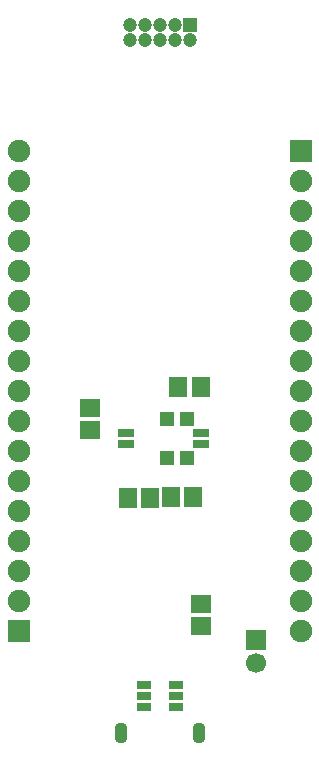
<source format=gbr>
G04 DipTrace 2.4.0.2*
%INBottomMask.gbr*%
%MOMM*%
%ADD26R,1.7X1.7*%
%ADD27C,1.7*%
%ADD28R,1.9X1.9*%
%ADD53R,1.4X0.8*%
%ADD59R,1.3X0.8*%
%ADD69C,1.2*%
%ADD71R,1.2X1.2*%
%ADD77O,1.1X1.8*%
%ADD80C,1.9*%
%ADD81R,1.3X1.2*%
%ADD85R,1.7X1.5*%
%ADD87R,1.5X1.7*%
%FSLAX53Y53*%
G04*
G71*
G90*
G75*
G01*
%LNBotMask*%
%LPD*%
D87*
X10726Y21462D3*
X12626D3*
D85*
X7552Y29100D3*
Y27200D3*
D87*
X16914Y30816D3*
X15014D3*
D81*
X15798Y24850D3*
X14099D3*
X15798Y28127D3*
X14099D3*
D28*
X1524Y10160D3*
D80*
Y12700D3*
Y15240D3*
Y17780D3*
Y20320D3*
Y22860D3*
Y25400D3*
Y27940D3*
Y30480D3*
Y33020D3*
Y35560D3*
Y38100D3*
Y40640D3*
Y43180D3*
Y45720D3*
Y48260D3*
Y50800D3*
D28*
X25400D3*
D80*
Y48260D3*
Y45720D3*
Y43180D3*
Y40640D3*
Y38100D3*
Y35560D3*
Y33020D3*
Y30480D3*
Y27940D3*
Y25400D3*
Y22860D3*
Y20320D3*
Y17780D3*
Y15240D3*
Y12700D3*
Y10160D3*
D77*
X10162Y1524D3*
X16762D3*
D71*
X16002Y61468D3*
D69*
X14732D3*
X13462D3*
X12192D3*
X10922D3*
X16002Y60198D3*
X14732D3*
X13462D3*
X12192D3*
X10922D3*
D26*
X21597Y9455D3*
D27*
Y7455D3*
D85*
X16947Y10564D3*
Y12464D3*
D59*
X14812Y5624D3*
Y4674D3*
Y3724D3*
X12112D3*
Y4674D3*
Y5624D3*
D53*
X16916Y26908D3*
X10616D3*
X16916Y26008D3*
X10616D3*
D87*
X16301Y21482D3*
X14401D3*
M02*

</source>
